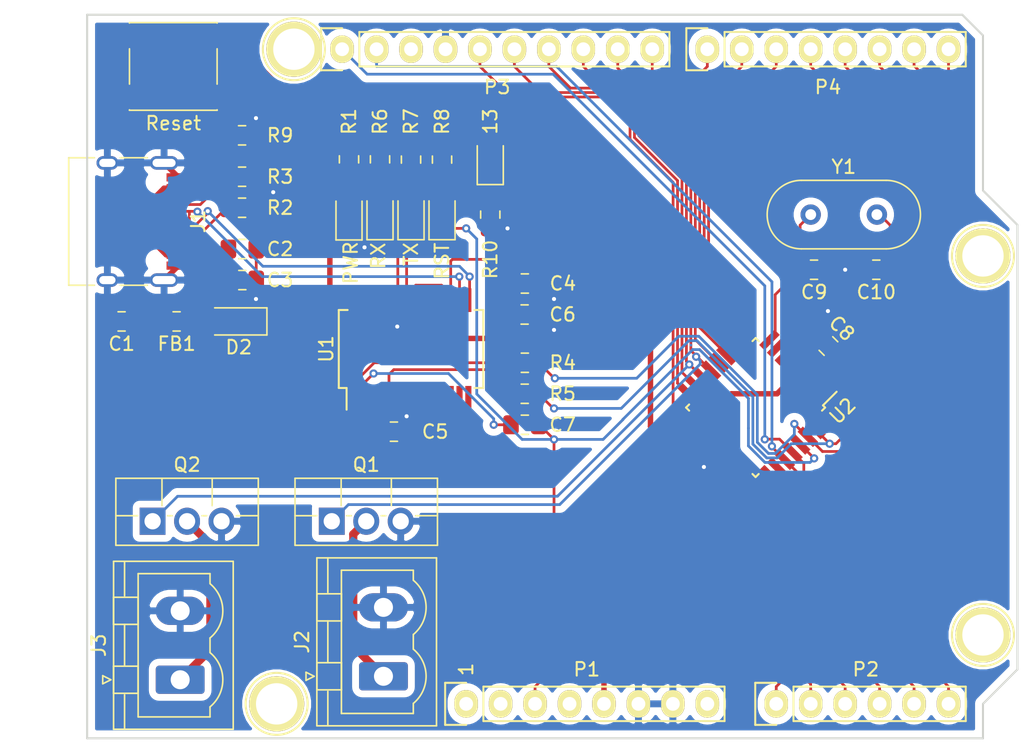
<source format=kicad_pcb>
(kicad_pcb (version 20171130) (host pcbnew 5.1.6)
  (title_block (title Dumbuino) (date "lun. 30 mars 2015") (rev v01) (comment 4 "Author: Sebastian Sole"))
  (layers (0 Front signal) (1 In1.Cu signal) (2 In2.Cu signal) (31 Back signal) (34 B.Paste user) (35 F.Paste user) (36 B.SilkS user) (37 F.SilkS user) (38 B.Mask user) (39 F.Mask user) (44 Edge.Cuts user))
  (net 0 "")
  (net 1 /Reset)
  (net 2 +5V)
  (net 3 GND)
  (net 4 /A0)
  (net 5 /A1)
  (net 6 /A2)
  (net 7 /A3)
  (net 8 "/A4(SDA)")
  (net 9 "/A5(SCL)")
  (net 10 "/9(**)")
  (net 11 /8)
  (net 12 /7)
  (net 13 "/6(**)")
  (net 14 "/5(**)")
  (net 15 /4)
  (net 16 "/3(**)")
  (net 17 /2)
  (net 18 "/1(Tx)")
  (net 19 "/0(Rx)")
  (net 20 "/13(SCK)")
  (net 21 "/10(**/SS)")
  (net 22 "/12(MISO)")
  (net 23 "/11(**/MOSI)")
  (net 24 "Net-(C1-Pad1)")
  (net 25 "Net-(C4-Pad1)")
  (net 26 "Net-(C7-Pad1)")
  (net 27 "Net-(C9-Pad1)")
  (net 28 "Net-(C10-Pad1)")
  (net 29 "Net-(D1-Pad2)")
  (net 30 "Net-(D2-Pad2)")
  (net 31 "Net-(D3-Pad2)")
  (net 32 "Net-(D3-Pad1)")
  (net 33 "Net-(D4-Pad2)")
  (net 34 "Net-(D4-Pad1)")
  (net 35 "Net-(D5-Pad2)")
  (net 36 "Net-(D6-Pad1)")
  (net 37 "Net-(J1-PadA5)")
  (net 38 "Net-(J1-PadA7)")
  (net 39 "Net-(J1-PadA6)")
  (net 40 "Net-(J1-PadB5)")
  (net 41 "Net-(J2-Pad1)")
  (net 42 "Net-(J3-Pad1)")
  (net 43 "Net-(R4-Pad2)")
  (net 44 "Net-(R5-Pad2)")
  (net 45 "Net-(R9-Pad1)")
  (module Connector_USB:USB_C_Receptacle_HRO_TYPE-C-31-M-12 (layer Front) (at 113.538 88.265 270)
    (fp_text reference J1 (at 0 -5.645 90) (layer F.SilkS))
    (fp_text value USB_C_Receptacle_USB2.0)
    (pad B1 smd rect (at 3.25 -4.045 270) (size 0.6 1.45) (layers Front F.Paste F.Mask) (net 3 GND))
    (pad A9 smd rect (at 2.45 -4.045 270) (size 0.6 1.45) (layers Front F.Paste F.Mask) (net 24 "Net-(C1-Pad1)"))
    (pad B9 smd rect (at -2.45 -4.045 270) (size 0.6 1.45) (layers Front F.Paste F.Mask) (net 24 "Net-(C1-Pad1)"))
    (pad B12 smd rect (at -3.25 -4.045 270) (size 0.6 1.45) (layers Front F.Paste F.Mask) (net 3 GND))
    (pad A1 smd rect (at -3.25 -4.045 270) (size 0.6 1.45) (layers Front F.Paste F.Mask) (net 3 GND))
    (pad A4 smd rect (at -2.45 -4.045 270) (size 0.6 1.45) (layers Front F.Paste F.Mask) (net 24 "Net-(C1-Pad1)"))
    (pad B4 smd rect (at 2.45 -4.045 270) (size 0.6 1.45) (layers Front F.Paste F.Mask) (net 24 "Net-(C1-Pad1)"))
    (pad A12 smd rect (at 3.25 -4.045 270) (size 0.6 1.45) (layers Front F.Paste F.Mask) (net 3 GND))
    (pad B8 smd rect (at -1.75 -4.045 270) (size 0.3 1.45) (layers Front F.Paste F.Mask))
    (pad A5 smd rect (at -1.25 -4.045 270) (size 0.3 1.45) (layers Front F.Paste F.Mask) (net 37 "Net-(J1-PadA5)"))
    (pad B7 smd rect (at -0.75 -4.045 270) (size 0.3 1.45) (layers Front F.Paste F.Mask) (net 38 "Net-(J1-PadA7)"))
    (pad A7 smd rect (at 0.25 -4.045 270) (size 0.3 1.45) (layers Front F.Paste F.Mask) (net 38 "Net-(J1-PadA7)"))
    (pad B6 smd rect (at 0.75 -4.045 270) (size 0.3 1.45) (layers Front F.Paste F.Mask) (net 39 "Net-(J1-PadA6)"))
    (pad A8 smd rect (at 1.25 -4.045 270) (size 0.3 1.45) (layers Front F.Paste F.Mask))
    (pad B5 smd rect (at 1.75 -4.045 270) (size 0.3 1.45) (layers Front F.Paste F.Mask) (net 40 "Net-(J1-PadB5)"))
    (pad A6 smd rect (at -0.25 -4.045 270) (size 0.3 1.45) (layers Front F.Paste F.Mask) (net 39 "Net-(J1-PadA6)"))
    (pad S1 thru_hole oval (at 4.32 -3.13 270) (size 1 2.1) (drill oval 0.6 1.7) (layers *.Cu *.Mask) (net 3 GND))
    (pad S1 thru_hole oval (at -4.32 -3.13 270) (size 1 2.1) (drill oval 0.6 1.7) (layers *.Cu *.Mask) (net 3 GND))
    (pad "" np_thru_hole circle (at -2.89 -2.6 270) (size 0.65 0.65) (drill 0.65) (layers *.Cu *.Mask))
    (pad S1 thru_hole oval (at -4.32 1.05 270) (size 1 1.6) (drill oval 0.6 1.2) (layers *.Cu *.Mask) (net 3 GND))
    (pad "" np_thru_hole circle (at 2.89 -2.6 270) (size 0.65 0.65) (drill 0.65) (layers *.Cu *.Mask))
    (pad S1 thru_hole oval (at 4.32 1.05 270) (size 1 1.6) (drill oval 0.6 1.2) (layers *.Cu *.Mask) (net 3 GND))
  )
  (module Package_QFP:TQFP-32_7x7mm_P0.8mm (layer Front) (at 160.274 101.981 225)
    (fp_text reference U2 (at -4.355424 -4.714634 45) (layer F.SilkS))
    (fp_text value ATmega328PB-AU)
    (pad 1 smd rect (at -4.25 -2.8 225) (size 1.6 0.55) (layers Front F.Paste F.Mask) (net 16 "/3(**)"))
    (pad 2 smd rect (at -4.25 -2 225) (size 1.6 0.55) (layers Front F.Paste F.Mask) (net 15 /4))
    (pad 3 smd rect (at -4.25 -1.2 225) (size 1.6 0.55) (layers Front F.Paste F.Mask))
    (pad 4 smd rect (at -4.25 -0.4 225) (size 1.6 0.55) (layers Front F.Paste F.Mask) (net 2 +5V))
    (pad 5 smd rect (at -4.25 0.4 225) (size 1.6 0.55) (layers Front F.Paste F.Mask) (net 3 GND))
    (pad 6 smd rect (at -4.25 1.2 225) (size 1.6 0.55) (layers Front F.Paste F.Mask))
    (pad 7 smd rect (at -4.25 2 225) (size 1.6 0.55) (layers Front F.Paste F.Mask) (net 28 "Net-(C10-Pad1)"))
    (pad 8 smd rect (at -4.25 2.8 225) (size 1.6 0.55) (layers Front F.Paste F.Mask) (net 27 "Net-(C9-Pad1)"))
    (pad 9 smd rect (at -2.8 4.25 315) (size 1.6 0.55) (layers Front F.Paste F.Mask) (net 14 "/5(**)"))
    (pad 10 smd rect (at -2 4.25 315) (size 1.6 0.55) (layers Front F.Paste F.Mask) (net 13 "/6(**)"))
    (pad 11 smd rect (at -1.2 4.25 315) (size 1.6 0.55) (layers Front F.Paste F.Mask) (net 12 /7))
    (pad 12 smd rect (at -0.4 4.25 315) (size 1.6 0.55) (layers Front F.Paste F.Mask) (net 11 /8))
    (pad 13 smd rect (at 0.4 4.25 315) (size 1.6 0.55) (layers Front F.Paste F.Mask) (net 10 "/9(**)"))
    (pad 14 smd rect (at 1.2 4.25 315) (size 1.6 0.55) (layers Front F.Paste F.Mask) (net 21 "/10(**/SS)"))
    (pad 15 smd rect (at 2 4.25 315) (size 1.6 0.55) (layers Front F.Paste F.Mask) (net 23 "/11(**/MOSI)"))
    (pad 16 smd rect (at 2.8 4.25 315) (size 1.6 0.55) (layers Front F.Paste F.Mask) (net 22 "/12(MISO)"))
    (pad 17 smd rect (at 4.25 2.8 225) (size 1.6 0.55) (layers Front F.Paste F.Mask) (net 20 "/13(SCK)"))
    (pad 18 smd rect (at 4.25 2 225) (size 1.6 0.55) (layers Front F.Paste F.Mask) (net 2 +5V))
    (pad 19 smd rect (at 4.25 1.2 225) (size 1.6 0.55) (layers Front F.Paste F.Mask))
    (pad 20 smd rect (at 4.25 0.4 225) (size 1.6 0.55) (layers Front F.Paste F.Mask))
    (pad 21 smd rect (at 4.25 -0.4 225) (size 1.6 0.55) (layers Front F.Paste F.Mask) (net 3 GND))
    (pad 22 smd rect (at 4.25 -1.2 225) (size 1.6 0.55) (layers Front F.Paste F.Mask))
    (pad 23 smd rect (at 4.25 -2 225) (size 1.6 0.55) (layers Front F.Paste F.Mask) (net 4 /A0))
    (pad 24 smd rect (at 4.25 -2.8 225) (size 1.6 0.55) (layers Front F.Paste F.Mask) (net 5 /A1))
    (pad 25 smd rect (at 2.8 -4.25 315) (size 1.6 0.55) (layers Front F.Paste F.Mask) (net 6 /A2))
    (pad 26 smd rect (at 2 -4.25 315) (size 1.6 0.55) (layers Front F.Paste F.Mask) (net 7 /A3))
    (pad 27 smd rect (at 1.2 -4.25 315) (size 1.6 0.55) (layers Front F.Paste F.Mask) (net 8 "/A4(SDA)"))
    (pad 28 smd rect (at 0.4 -4.25 315) (size 1.6 0.55) (layers Front F.Paste F.Mask) (net 9 "/A5(SCL)"))
    (pad 29 smd rect (at -0.4 -4.25 315) (size 1.6 0.55) (layers Front F.Paste F.Mask) (net 1 /Reset))
    (pad 30 smd rect (at -1.2 -4.25 315) (size 1.6 0.55) (layers Front F.Paste F.Mask) (net 19 "/0(Rx)"))
    (pad 31 smd rect (at -2 -4.25 315) (size 1.6 0.55) (layers Front F.Paste F.Mask) (net 18 "/1(Tx)"))
    (pad 32 smd rect (at -2.8 -4.25 315) (size 1.6 0.55) (layers Front F.Paste F.Mask) (net 17 /2))
  )
  (module Crystal:Crystal_HC49-U_Vertical (layer Front) (at 164.338 87.757)
    (fp_text reference Y1 (at 2.44 -3.525) (layer F.SilkS))
    (fp_text value 16M)
    (pad 1 thru_hole circle (at 0 0) (size 1.5 1.5) (drill 0.8) (layers *.Cu *.Mask) (net 27 "Net-(C9-Pad1)"))
    (pad 2 thru_hole circle (at 4.88 0) (size 1.5 1.5) (drill 0.8) (layers *.Cu *.Mask) (net 28 "Net-(C10-Pad1)"))
  )
  (module Package_SO:SSOP-28_5.3x10.2mm_P0.65mm (layer Front) (at 134.874 97.663 90)
    (fp_text reference U1 (at 0 -6.25 90) (layer F.SilkS))
    (fp_text value FT232RL)
    (pad 28 smd rect (at 3.6 -4.225 90) (size 1.75 0.45) (layers Front F.Paste F.Mask))
    (pad 27 smd rect (at 3.6 -3.575 90) (size 1.75 0.45) (layers Front F.Paste F.Mask))
    (pad 26 smd rect (at 3.6 -2.925 90) (size 1.75 0.45) (layers Front F.Paste F.Mask))
    (pad 25 smd rect (at 3.6 -2.275 90) (size 1.75 0.45) (layers Front F.Paste F.Mask) (net 3 GND))
    (pad 24 smd rect (at 3.6 -1.625 90) (size 1.75 0.45) (layers Front F.Paste F.Mask))
    (pad 23 smd rect (at 3.6 -0.975 90) (size 1.75 0.45) (layers Front F.Paste F.Mask) (net 32 "Net-(D3-Pad1)"))
    (pad 22 smd rect (at 3.6 -0.325 90) (size 1.75 0.45) (layers Front F.Paste F.Mask) (net 34 "Net-(D4-Pad1)"))
    (pad 21 smd rect (at 3.6 0.325 90) (size 1.75 0.45) (layers Front F.Paste F.Mask) (net 3 GND))
    (pad 20 smd rect (at 3.6 0.975 90) (size 1.75 0.45) (layers Front F.Paste F.Mask) (net 2 +5V))
    (pad 19 smd rect (at 3.6 1.625 90) (size 1.75 0.45) (layers Front F.Paste F.Mask) (net 2 +5V))
    (pad 18 smd rect (at 3.6 2.275 90) (size 1.75 0.45) (layers Front F.Paste F.Mask) (net 3 GND))
    (pad 17 smd rect (at 3.6 2.925 90) (size 1.75 0.45) (layers Front F.Paste F.Mask) (net 25 "Net-(C4-Pad1)"))
    (pad 16 smd rect (at 3.6 3.575 90) (size 1.75 0.45) (layers Front F.Paste F.Mask) (net 38 "Net-(J1-PadA7)"))
    (pad 15 smd rect (at 3.6 4.225 90) (size 1.75 0.45) (layers Front F.Paste F.Mask) (net 39 "Net-(J1-PadA6)"))
    (pad 14 smd rect (at -3.6 4.225 90) (size 1.75 0.45) (layers Front F.Paste F.Mask))
    (pad 13 smd rect (at -3.6 3.575 90) (size 1.75 0.45) (layers Front F.Paste F.Mask))
    (pad 12 smd rect (at -3.6 2.925 90) (size 1.75 0.45) (layers Front F.Paste F.Mask))
    (pad 11 smd rect (at -3.6 2.275 90) (size 1.75 0.45) (layers Front F.Paste F.Mask))
    (pad 10 smd rect (at -3.6 1.625 90) (size 1.75 0.45) (layers Front F.Paste F.Mask))
    (pad 9 smd rect (at -3.6 0.975 90) (size 1.75 0.45) (layers Front F.Paste F.Mask))
    (pad 8 smd rect (at -3.6 0.325 90) (size 1.75 0.45) (layers Front F.Paste F.Mask))
    (pad 7 smd rect (at -3.6 -0.325 90) (size 1.75 0.45) (layers Front F.Paste F.Mask) (net 3 GND))
    (pad 6 smd rect (at -3.6 -0.975 90) (size 1.75 0.45) (layers Front F.Paste F.Mask))
    (pad 5 smd rect (at -3.6 -1.625 90) (size 1.75 0.45) (layers Front F.Paste F.Mask) (net 44 "Net-(R5-Pad2)"))
    (pad 4 smd rect (at -3.6 -2.275 90) (size 1.75 0.45) (layers Front F.Paste F.Mask) (net 2 +5V))
    (pad 3 smd rect (at -3.6 -2.925 90) (size 1.75 0.45) (layers Front F.Paste F.Mask))
    (pad 2 smd rect (at -3.6 -3.575 90) (size 1.75 0.45) (layers Front F.Paste F.Mask) (net 26 "Net-(C7-Pad1)"))
    (pad 1 smd rect (at -3.6 -4.225 90) (size 1.75 0.45) (layers Front F.Paste F.Mask) (net 43 "Net-(R4-Pad2)"))
  )
  (module Button_Switch_SMD:SW_SPST_PTS645 (layer Front) (at 117.348 76.835)
    (fp_text reference Reset (at 0 4.191) (layer F.SilkS))
    (fp_text value ~Reset)
    (pad 2 smd rect (at 3.98 2.25) (size 1.55 1.3) (layers Front F.Paste F.Mask) (net 45 "Net-(R9-Pad1)"))
    (pad 1 smd rect (at 3.98 -2.25) (size 1.55 1.3) (layers Front F.Paste F.Mask) (net 1 /Reset))
    (pad 1 smd rect (at -3.98 -2.25) (size 1.55 1.3) (layers Front F.Paste F.Mask) (net 1 /Reset))
    (pad 2 smd rect (at -3.98 2.25) (size 1.55 1.3) (layers Front F.Paste F.Mask) (net 45 "Net-(R9-Pad1)"))
  )
  (module Resistor_SMD:R_0805_2012Metric_Pad1.15x1.40mm_HandSolder (layer Front) (at 140.716 87.757 270)
    (fp_text reference R10 (at 3.311 0 90) (layer F.SilkS))
    (fp_text value 1k)
    (pad 2 smd roundrect (at 1.025 0 270) (size 1.15 1.4) (layers Front F.Paste F.Mask) (roundrect_rratio 0.217391) (net 3 GND))
    (pad 1 smd roundrect (at -1.025 0 270) (size 1.15 1.4) (layers Front F.Paste F.Mask) (roundrect_rratio 0.217391) (net 36 "Net-(D6-Pad1)"))
  )
  (module Resistor_SMD:R_0805_2012Metric_Pad1.15x1.40mm_HandSolder (layer Front) (at 122.419 81.915)
    (fp_text reference R9 (at 2.803 0) (layer F.SilkS))
    (fp_text value 1k)
    (pad 2 smd roundrect (at 1.025 0) (size 1.15 1.4) (layers Front F.Paste F.Mask) (roundrect_rratio 0.217391) (net 3 GND))
    (pad 1 smd roundrect (at -1.025 0) (size 1.15 1.4) (layers Front F.Paste F.Mask) (roundrect_rratio 0.217391) (net 45 "Net-(R9-Pad1)"))
  )
  (module Resistor_SMD:R_0805_2012Metric_Pad1.15x1.40mm_HandSolder (layer Front) (at 137.16 83.702 270)
    (fp_text reference R8 (at -2.803 0 90) (layer F.SilkS))
    (fp_text value 1k)
    (pad 2 smd roundrect (at 1.025 0 270) (size 1.15 1.4) (layers Front F.Paste F.Mask) (roundrect_rratio 0.217391) (net 35 "Net-(D5-Pad2)"))
    (pad 1 smd roundrect (at -1.025 0 270) (size 1.15 1.4) (layers Front F.Paste F.Mask) (roundrect_rratio 0.217391) (net 2 +5V))
  )
  (module Resistor_SMD:R_0805_2012Metric_Pad1.15x1.40mm_HandSolder (layer Front) (at 134.874 83.702 270)
    (fp_text reference R7 (at -2.803 0 90) (layer F.SilkS))
    (fp_text value 1k)
    (pad 2 smd roundrect (at 1.025 0 270) (size 1.15 1.4) (layers Front F.Paste F.Mask) (roundrect_rratio 0.217391) (net 33 "Net-(D4-Pad2)"))
    (pad 1 smd roundrect (at -1.025 0 270) (size 1.15 1.4) (layers Front F.Paste F.Mask) (roundrect_rratio 0.217391) (net 2 +5V))
  )
  (module Resistor_SMD:R_0805_2012Metric_Pad1.15x1.40mm_HandSolder (layer Front) (at 132.588 83.684 270)
    (fp_text reference R6 (at -2.785 0 90) (layer F.SilkS))
    (fp_text value 1k)
    (pad 2 smd roundrect (at 1.025 0 270) (size 1.15 1.4) (layers Front F.Paste F.Mask) (roundrect_rratio 0.217391) (net 31 "Net-(D3-Pad2)"))
    (pad 1 smd roundrect (at -1.025 0 270) (size 1.15 1.4) (layers Front F.Paste F.Mask) (roundrect_rratio 0.217391) (net 2 +5V))
  )
  (module Resistor_SMD:R_0805_2012Metric_Pad1.15x1.40mm_HandSolder (layer Front) (at 143.256 100.965 180)
    (fp_text reference R5 (at -2.794 0) (layer F.SilkS))
    (fp_text value 1K)
    (pad 2 smd roundrect (at 1.025 0 180) (size 1.15 1.4) (layers Front F.Paste F.Mask) (roundrect_rratio 0.217391) (net 44 "Net-(R5-Pad2)"))
    (pad 1 smd roundrect (at -1.025 0 180) (size 1.15 1.4) (layers Front F.Paste F.Mask) (roundrect_rratio 0.217391) (net 18 "/1(Tx)"))
  )
  (module Resistor_SMD:R_0805_2012Metric_Pad1.15x1.40mm_HandSolder (layer Front) (at 143.265 98.679 180)
    (fp_text reference R4 (at -2.794 0) (layer F.SilkS))
    (fp_text value 1K)
    (pad 2 smd roundrect (at 1.025 0 180) (size 1.15 1.4) (layers Front F.Paste F.Mask) (roundrect_rratio 0.217391) (net 43 "Net-(R4-Pad2)"))
    (pad 1 smd roundrect (at -1.025 0 180) (size 1.15 1.4) (layers Front F.Paste F.Mask) (roundrect_rratio 0.217391) (net 19 "/0(Rx)"))
  )
  (module Resistor_SMD:R_0805_2012Metric_Pad1.15x1.40mm_HandSolder (layer Front) (at 122.419 84.963)
    (fp_text reference R3 (at 2.803 0) (layer F.SilkS))
    (fp_text value 5.11k)
    (pad 2 smd roundrect (at 1.025 0) (size 1.15 1.4) (layers Front F.Paste F.Mask) (roundrect_rratio 0.217391) (net 3 GND))
    (pad 1 smd roundrect (at -1.025 0) (size 1.15 1.4) (layers Front F.Paste F.Mask) (roundrect_rratio 0.217391) (net 37 "Net-(J1-PadA5)"))
  )
  (module Resistor_SMD:R_0805_2012Metric_Pad1.15x1.40mm_HandSolder (layer Front) (at 122.419 87.249)
    (fp_text reference R2 (at 2.803 0) (layer F.SilkS))
    (fp_text value 5.11k)
    (pad 2 smd roundrect (at 1.025 0) (size 1.15 1.4) (layers Front F.Paste F.Mask) (roundrect_rratio 0.217391) (net 3 GND))
    (pad 1 smd roundrect (at -1.025 0) (size 1.15 1.4) (layers Front F.Paste F.Mask) (roundrect_rratio 0.217391) (net 40 "Net-(J1-PadB5)"))
  )
  (module Resistor_SMD:R_0805_2012Metric_Pad1.15x1.40mm_HandSolder (layer Front) (at 130.302 83.684 270)
    (fp_text reference R1 (at -2.785 0 90) (layer F.SilkS))
    (fp_text value 1k)
    (pad 2 smd roundrect (at 1.025 0 270) (size 1.15 1.4) (layers Front F.Paste F.Mask) (roundrect_rratio 0.217391) (net 29 "Net-(D1-Pad2)"))
    (pad 1 smd roundrect (at -1.025 0 270) (size 1.15 1.4) (layers Front F.Paste F.Mask) (roundrect_rratio 0.217391) (net 2 +5V))
  )
  (module Package_TO_SOT_THT:TO-220F-3_Vertical (layer Front) (at 115.824 110.363)
    (fp_text reference Q2 (at 2.54 -4.1675) (layer F.SilkS))
    (fp_text value Q_NMOS_GDS)
    (pad 3 thru_hole oval (at 5.08 0) (size 1.905 2) (drill 1.2) (layers *.Cu *.Mask) (net 3 GND))
    (pad 2 thru_hole oval (at 2.54 0) (size 1.905 2) (drill 1.2) (layers *.Cu *.Mask) (net 42 "Net-(J3-Pad1)"))
    (pad 1 thru_hole rect (at 0 0) (size 1.905 2) (drill 1.2) (layers *.Cu *.Mask) (net 21 "/10(**/SS)"))
  )
  (module Package_TO_SOT_THT:TO-220F-3_Vertical (layer Front) (at 129.032 110.363)
    (fp_text reference Q1 (at 2.54 -4.1675) (layer F.SilkS))
    (fp_text value Q_NMOS_GDS)
    (pad 3 thru_hole oval (at 5.08 0) (size 1.905 2) (drill 1.2) (layers *.Cu *.Mask) (net 3 GND))
    (pad 2 thru_hole oval (at 2.54 0) (size 1.905 2) (drill 1.2) (layers *.Cu *.Mask) (net 41 "Net-(J2-Pad1)"))
    (pad 1 thru_hole rect (at 0 0) (size 1.905 2) (drill 1.2) (layers *.Cu *.Mask) (net 10 "/9(**)"))
  )
  (module Connector_Phoenix_MSTB:PhoenixContact_MSTBVA_2,5_2-G-5,08_1x02_P5.08mm_Vertical (layer Front) (at 117.856 122.047 90)
    (fp_text reference J3 (at 2.54 -6 90) (layer F.SilkS))
    (fp_text value Conn_01x02_Male)
    (pad 2 thru_hole oval (at 5.08 0 90) (size 2.08 3.6) (drill 1.4) (layers *.Cu *.Mask) (net 3 GND))
    (pad 1 thru_hole roundrect (at 0 0 90) (size 2.08 3.6) (drill 1.4) (layers *.Cu *.Mask) (roundrect_rratio 0.120192) (net 42 "Net-(J3-Pad1)"))
  )
  (module Connector_Phoenix_MSTB:PhoenixContact_MSTBVA_2,5_2-G-5,08_1x02_P5.08mm_Vertical (layer Front) (at 132.842 121.793 90)
    (fp_text reference J2 (at 2.54 -6 90) (layer F.SilkS))
    (fp_text value Conn_01x02_Male)
    (pad 2 thru_hole oval (at 5.08 0 90) (size 2.08 3.6) (drill 1.4) (layers *.Cu *.Mask) (net 3 GND))
    (pad 1 thru_hole roundrect (at 0 0 90) (size 2.08 3.6) (drill 1.4) (layers *.Cu *.Mask) (roundrect_rratio 0.120192) (net 41 "Net-(J2-Pad1)"))
  )
  (module Inductor_SMD:L_0805_2012Metric_Pad1.15x1.40mm_HandSolder (layer Front) (at 117.593 95.631 180)
    (fp_text reference FB1 (at 0 -1.65) (layer F.SilkS))
    (fp_text value 600)
    (pad 2 smd roundrect (at 1.025 0 180) (size 1.15 1.4) (layers Front F.Paste F.Mask) (roundrect_rratio 0.217391) (net 24 "Net-(C1-Pad1)"))
    (pad 1 smd roundrect (at -1.025 0 180) (size 1.15 1.4) (layers Front F.Paste F.Mask) (roundrect_rratio 0.217391) (net 30 "Net-(D2-Pad2)"))
  )
  (module LED_SMD:LED_0805_2012Metric_Pad1.15x1.40mm_HandSolder (layer Front) (at 140.716 83.684 90)
    (fp_text reference 13 (at 2.794 0 90) (layer F.SilkS))
    (fp_text value 13)
    (pad 2 smd roundrect (at 1.025 0 90) (size 1.15 1.4) (layers Front F.Paste F.Mask) (roundrect_rratio 0.217391) (net 20 "/13(SCK)"))
    (pad 1 smd roundrect (at -1.025 0 90) (size 1.15 1.4) (layers Front F.Paste F.Mask) (roundrect_rratio 0.217391) (net 36 "Net-(D6-Pad1)"))
  )
  (module LED_SMD:LED_0805_2012Metric_Pad1.15x1.40mm_HandSolder (layer Front) (at 137.16 87.748 90)
    (fp_text reference RST (at -3.438 0 270) (layer F.SilkS))
    (fp_text value Reset)
    (pad 2 smd roundrect (at 1.025 0 90) (size 1.15 1.4) (layers Front F.Paste F.Mask) (roundrect_rratio 0.217391) (net 35 "Net-(D5-Pad2)"))
    (pad 1 smd roundrect (at -1.025 0 90) (size 1.15 1.4) (layers Front F.Paste F.Mask) (roundrect_rratio 0.217391) (net 1 /Reset))
  )
  (module LED_SMD:LED_0805_2012Metric_Pad1.15x1.40mm_HandSolder (layer Front) (at 134.874 87.748 90)
    (fp_text reference TX (at -2.93 0 90) (layer F.SilkS))
    (fp_text value TX)
    (pad 2 smd roundrect (at 1.025 0 90) (size 1.15 1.4) (layers Front F.Paste F.Mask) (roundrect_rratio 0.217391) (net 33 "Net-(D4-Pad2)"))
    (pad 1 smd roundrect (at -1.025 0 90) (size 1.15 1.4) (layers Front F.Paste F.Mask) (roundrect_rratio 0.217391) (net 34 "Net-(D4-Pad1)"))
  )
  (module LED_SMD:LED_0805_2012Metric_Pad1.15x1.40mm_HandSolder (layer Front) (at 132.588 87.748 90)
    (fp_text reference RX (at -3.057 -0.127 90) (layer F.SilkS))
    (fp_text value RX)
    (pad 2 smd roundrect (at 1.025 0 90) (size 1.15 1.4) (layers Front F.Paste F.Mask) (roundrect_rratio 0.217391) (net 31 "Net-(D3-Pad2)"))
    (pad 1 smd roundrect (at -1.025 0 90) (size 1.15 1.4) (layers Front F.Paste F.Mask) (roundrect_rratio 0.217391) (net 32 "Net-(D3-Pad1)"))
  )
  (module Diode_SMD:D_SOD-123F (layer Front) (at 122.05 95.631 180)
    (fp_text reference D2 (at -0.127 -1.905) (layer F.SilkS))
    (fp_text value D_Schottky)
    (pad 2 smd rect (at 1.4 0 180) (size 1.1 1.1) (layers Front F.Paste F.Mask) (net 30 "Net-(D2-Pad2)"))
    (pad 1 smd rect (at -1.4 0 180) (size 1.1 1.1) (layers Front F.Paste F.Mask) (net 2 +5V))
  )
  (module LED_SMD:LED_0805_2012Metric_Pad1.15x1.40mm_HandSolder (layer Front) (at 130.302 87.766 90)
    (fp_text reference PWR (at -3.547 0.127 270) (layer F.SilkS))
    (fp_text value PWR)
    (pad 2 smd roundrect (at 1.025 0 90) (size 1.15 1.4) (layers Front F.Paste F.Mask) (roundrect_rratio 0.217391) (net 29 "Net-(D1-Pad2)"))
    (pad 1 smd roundrect (at -1.025 0 90) (size 1.15 1.4) (layers Front F.Paste F.Mask) (roundrect_rratio 0.217391) (net 3 GND))
  )
  (module Capacitor_SMD:C_0805_2012Metric_Pad1.15x1.40mm_HandSolder (layer Front) (at 169.173 91.821 180)
    (fp_text reference C10 (at 0 -1.65) (layer F.SilkS))
    (fp_text value 27p)
    (pad 1 smd roundrect (at -1.025 0 180) (size 1.15 1.4) (layers Front F.Paste F.Mask) (roundrect_rratio 0.217391) (net 28 "Net-(C10-Pad1)"))
    (pad 2 smd roundrect (at 1.025 0 180) (size 1.15 1.4) (layers Front F.Paste F.Mask) (roundrect_rratio 0.217391) (net 3 GND))
  )
  (module Capacitor_SMD:C_0805_2012Metric_Pad1.15x1.40mm_HandSolder (layer Front) (at 164.583 91.821)
    (fp_text reference C9 (at 0.009 1.651) (layer F.SilkS))
    (fp_text value 27p)
    (pad 1 smd roundrect (at -1.025 0) (size 1.15 1.4) (layers Front F.Paste F.Mask) (roundrect_rratio 0.217391) (net 27 "Net-(C9-Pad1)"))
    (pad 2 smd roundrect (at 1.025 0) (size 1.15 1.4) (layers Front F.Paste F.Mask) (roundrect_rratio 0.217391) (net 3 GND))
  )
  (module Capacitor_SMD:C_0805_2012Metric_Pad1.15x1.40mm_HandSolder (layer Front) (at 165.645216 97.446216 135)
    (fp_text reference C8 (at 0.232236 1.616446 135) (layer F.SilkS))
    (fp_text value 0.1)
    (pad 2 smd roundrect (at 1.025 0 135) (size 1.15 1.4) (layers Front F.Paste F.Mask) (roundrect_rratio 0.217391) (net 3 GND))
    (pad 1 smd roundrect (at -1.025 0 135) (size 1.15 1.4) (layers Front F.Paste F.Mask) (roundrect_rratio 0.217391) (net 2 +5V))
  )
  (module Capacitor_SMD:C_0805_2012Metric_Pad1.15x1.40mm_HandSolder (layer Front) (at 143.265 103.251)
    (fp_text reference C7 (at 2.785 0) (layer F.SilkS))
    (fp_text value 0.1)
    (pad 2 smd roundrect (at 1.025 0) (size 1.15 1.4) (layers Front F.Paste F.Mask) (roundrect_rratio 0.217391) (net 1 /Reset))
    (pad 1 smd roundrect (at -1.025 0) (size 1.15 1.4) (layers Front F.Paste F.Mask) (roundrect_rratio 0.217391) (net 26 "Net-(C7-Pad1)"))
  )
  (module Capacitor_SMD:C_0805_2012Metric_Pad1.15x1.40mm_HandSolder (layer Front) (at 143.247 95.123)
    (fp_text reference C6 (at 2.803 0) (layer F.SilkS))
    (fp_text value 0.1)
    (pad 2 smd roundrect (at 1.025 0) (size 1.15 1.4) (layers Front F.Paste F.Mask) (roundrect_rratio 0.217391) (net 3 GND))
    (pad 1 smd roundrect (at -1.025 0) (size 1.15 1.4) (layers Front F.Paste F.Mask) (roundrect_rratio 0.217391) (net 2 +5V))
  )
  (module Capacitor_SMD:C_0805_2012Metric_Pad1.15x1.40mm_HandSolder (layer Front) (at 133.613 103.759)
    (fp_text reference C5 (at 3.039 0) (layer F.SilkS))
    (fp_text value 0.1)
    (pad 2 smd roundrect (at 1.025 0) (size 1.15 1.4) (layers Front F.Paste F.Mask) (roundrect_rratio 0.217391) (net 3 GND))
    (pad 1 smd roundrect (at -1.025 0) (size 1.15 1.4) (layers Front F.Paste F.Mask) (roundrect_rratio 0.217391) (net 2 +5V))
  )
  (module Capacitor_SMD:C_0805_2012Metric_Pad1.15x1.40mm_HandSolder (layer Front) (at 143.265 92.837)
    (fp_text reference C4 (at 2.803 0) (layer F.SilkS))
    (fp_text value 0.1)
    (pad 2 smd roundrect (at 1.025 0) (size 1.15 1.4) (layers Front F.Paste F.Mask) (roundrect_rratio 0.217391) (net 3 GND))
    (pad 1 smd roundrect (at -1.025 0) (size 1.15 1.4) (layers Front F.Paste F.Mask) (roundrect_rratio 0.217391) (net 25 "Net-(C4-Pad1)"))
  )
  (module Capacitor_SMD:C_0805_2012Metric_Pad1.15x1.40mm_HandSolder (layer Front) (at 122.437 92.583)
    (fp_text reference C3 (at 2.785 0) (layer F.SilkS))
    (fp_text value 0.1)
    (pad 2 smd roundrect (at 1.025 0) (size 1.15 1.4) (layers Front F.Paste F.Mask) (roundrect_rratio 0.217391) (net 3 GND))
    (pad 1 smd roundrect (at -1.025 0) (size 1.15 1.4) (layers Front F.Paste F.Mask) (roundrect_rratio 0.217391) (net 2 +5V))
  )
  (module Capacitor_SMD:C_0805_2012Metric_Pad1.15x1.40mm_HandSolder (layer Front) (at 122.437 90.297)
    (fp_text reference C2 (at 2.785 0) (layer F.SilkS))
    (fp_text value 4u7)
    (pad 2 smd roundrect (at 1.025 0) (size 1.15 1.4) (layers Front F.Paste F.Mask) (roundrect_rratio 0.217391) (net 3 GND))
    (pad 1 smd roundrect (at -1.025 0) (size 1.15 1.4) (layers Front F.Paste F.Mask) (roundrect_rratio 0.217391) (net 2 +5V))
  )
  (module Capacitor_SMD:C_0805_2012Metric_Pad1.15x1.40mm_HandSolder (layer Front) (at 113.538 95.631 180)
    (fp_text reference C1 (at 0 -1.65) (layer F.SilkS))
    (fp_text value 0.01)
    (pad 2 smd roundrect (at 1.025 0 180) (size 1.15 1.4) (layers Front F.Paste F.Mask) (roundrect_rratio 0.217391) (net 3 GND))
    (pad 1 smd roundrect (at -1.025 0 180) (size 1.15 1.4) (layers Front F.Paste F.Mask) (roundrect_rratio 0.217391) (net 24 "Net-(C1-Pad1)"))
  )
  (module Socket_Arduino_Uno:Socket_Strip_Arduino_1x08 (layer Front) (at 138.938 123.825)
    (fp_text reference P1 (at 8.89 -2.54) (layer F.SilkS))
    (fp_text value Power)
    (pad 1 thru_hole oval (at 0 0) (size 1.7272 2.032) (drill 1.016) (layers *.Cu *.Mask F.SilkS))
    (pad 2 thru_hole oval (at 2.54 0) (size 1.7272 2.032) (drill 1.016) (layers *.Cu *.Mask F.SilkS))
    (pad 3 thru_hole oval (at 5.08 0) (size 1.7272 2.032) (drill 1.016) (layers *.Cu *.Mask F.SilkS) (net 1 /Reset))
    (pad 4 thru_hole oval (at 7.62 0) (size 1.7272 2.032) (drill 1.016) (layers *.Cu *.Mask F.SilkS))
    (pad 5 thru_hole oval (at 10.16 0) (size 1.7272 2.032) (drill 1.016) (layers *.Cu *.Mask F.SilkS) (net 2 +5V))
    (pad 6 thru_hole oval (at 12.7 0) (size 1.7272 2.032) (drill 1.016) (layers *.Cu *.Mask F.SilkS) (net 3 GND))
    (pad 7 thru_hole oval (at 15.24 0) (size 1.7272 2.032) (drill 1.016) (layers *.Cu *.Mask F.SilkS) (net 3 GND))
    (pad 8 thru_hole oval (at 17.78 0) (size 1.7272 2.032) (drill 1.016) (layers *.Cu *.Mask F.SilkS))
  )
  (module Socket_Arduino_Uno:Socket_Strip_Arduino_1x06 (layer Front) (at 161.798 123.825)
    (fp_text reference P2 (at 6.604 -2.54) (layer F.SilkS))
    (fp_text value Analog)
    (pad 1 thru_hole oval (at 0 0) (size 1.7272 2.032) (drill 1.016) (layers *.Cu *.Mask F.SilkS) (net 4 /A0))
    (pad 2 thru_hole oval (at 2.54 0) (size 1.7272 2.032) (drill 1.016) (layers *.Cu *.Mask F.SilkS) (net 5 /A1))
    (pad 3 thru_hole oval (at 5.08 0) (size 1.7272 2.032) (drill 1.016) (layers *.Cu *.Mask F.SilkS) (net 6 /A2))
    (pad 4 thru_hole oval (at 7.62 0) (size 1.7272 2.032) (drill 1.016) (layers *.Cu *.Mask F.SilkS) (net 7 /A3))
    (pad 5 thru_hole oval (at 10.16 0) (size 1.7272 2.032) (drill 1.016) (layers *.Cu *.Mask F.SilkS) (net 8 "/A4(SDA)"))
    (pad 6 thru_hole oval (at 12.7 0) (size 1.7272 2.032) (drill 1.016) (layers *.Cu *.Mask F.SilkS) (net 9 "/A5(SCL)"))
  )
  (module Socket_Arduino_Uno:Socket_Strip_Arduino_1x10 (layer Front) (at 129.794 75.565)
    (fp_text reference P3 (at 11.43 2.794) (layer F.SilkS))
    (fp_text value Digital)
    (pad 1 thru_hole oval (at 0 0) (size 1.7272 2.032) (drill 1.016) (layers *.Cu *.Mask F.SilkS) (net 9 "/A5(SCL)"))
    (pad 2 thru_hole oval (at 2.54 0) (size 1.7272 2.032) (drill 1.016) (layers *.Cu *.Mask F.SilkS) (net 8 "/A4(SDA)"))
    (pad 3 thru_hole oval (at 5.08 0) (size 1.7272 2.032) (drill 1.016) (layers *.Cu *.Mask F.SilkS))
    (pad 4 thru_hole oval (at 7.62 0) (size 1.7272 2.032) (drill 1.016) (layers *.Cu *.Mask F.SilkS) (net 3 GND))
    (pad 5 thru_hole oval (at 10.16 0) (size 1.7272 2.032) (drill 1.016) (layers *.Cu *.Mask F.SilkS) (net 20 "/13(SCK)"))
    (pad 6 thru_hole oval (at 12.7 0) (size 1.7272 2.032) (drill 1.016) (layers *.Cu *.Mask F.SilkS) (net 22 "/12(MISO)"))
    (pad 7 thru_hole oval (at 15.24 0) (size 1.7272 2.032) (drill 1.016) (layers *.Cu *.Mask F.SilkS) (net 23 "/11(**/MOSI)"))
    (pad 8 thru_hole oval (at 17.78 0) (size 1.7272 2.032) (drill 1.016) (layers *.Cu *.Mask F.SilkS) (net 21 "/10(**/SS)"))
    (pad 9 thru_hole oval (at 20.32 0) (size 1.7272 2.032) (drill 1.016) (layers *.Cu *.Mask F.SilkS) (net 10 "/9(**)"))
    (pad 10 thru_hole oval (at 22.86 0) (size 1.7272 2.032) (drill 1.016) (layers *.Cu *.Mask F.SilkS) (net 11 /8))
  )
  (module Socket_Arduino_Uno:Socket_Strip_Arduino_1x08 (layer Front) (at 156.718 75.565)
    (fp_text reference P4 (at 8.89 2.794) (layer F.SilkS))
    (fp_text value Digital)
    (pad 1 thru_hole oval (at 0 0) (size 1.7272 2.032) (drill 1.016) (layers *.Cu *.Mask F.SilkS) (net 12 /7))
    (pad 2 thru_hole oval (at 2.54 0) (size 1.7272 2.032) (drill 1.016) (layers *.Cu *.Mask F.SilkS) (net 13 "/6(**)"))
    (pad 3 thru_hole oval (at 5.08 0) (size 1.7272 2.032) (drill 1.016) (layers *.Cu *.Mask F.SilkS) (net 14 "/5(**)"))
    (pad 4 thru_hole oval (at 7.62 0) (size 1.7272 2.032) (drill 1.016) (layers *.Cu *.Mask F.SilkS) (net 15 /4))
    (pad 5 thru_hole oval (at 10.16 0) (size 1.7272 2.032) (drill 1.016) (layers *.Cu *.Mask F.SilkS) (net 16 "/3(**)"))
    (pad 6 thru_hole oval (at 12.7 0) (size 1.7272 2.032) (drill 1.016) (layers *.Cu *.Mask F.SilkS) (net 17 /2))
    (pad 7 thru_hole oval (at 15.24 0) (size 1.7272 2.032) (drill 1.016) (layers *.Cu *.Mask F.SilkS) (net 18 "/1(Tx)"))
    (pad 8 thru_hole oval (at 17.78 0) (size 1.7272 2.032) (drill 1.016) (layers *.Cu *.Mask F.SilkS) (net 19 "/0(Rx)"))
  )
  (module Socket_Arduino_Uno:Arduino_1pin (layer Front) (at 124.968 123.825)
    (fp_text reference P5 hide)
    (fp_text value CONN_01X01 hide)
    (pad 1 thru_hole circle (at 0 0) (size 4.064 4.064) (drill 3.048) (layers *.Cu *.Mask F.SilkS))
  )
  (module Socket_Arduino_Uno:Arduino_1pin (layer Front) (at 177.038 118.745)
    (fp_text reference P6 hide)
    (fp_text value CONN_01X01 hide)
    (pad 1 thru_hole circle (at 0 0) (size 4.064 4.064) (drill 3.048) (layers *.Cu *.Mask F.SilkS))
  )
  (module Socket_Arduino_Uno:Arduino_1pin (layer Front) (at 126.238 75.565)
    (fp_text reference P7 hide)
    (fp_text value CONN_01X01 hide)
    (pad 1 thru_hole circle (at 0 0) (size 4.064 4.064) (drill 3.048) (layers *.Cu *.Mask F.SilkS))
  )
  (module Socket_Arduino_Uno:Arduino_1pin (layer Front) (at 177.038 90.805)
    (fp_text reference P8 hide)
    (fp_text value CONN_01X01 hide)
    (pad 1 thru_hole circle (at 0 0) (size 4.064 4.064) (drill 3.048) (layers *.Cu *.Mask F.SilkS))
  )
  (gr_text 1 (at 138.938 121.285 90) (layer F.SilkS) (effects (font (size 1 1))))
  (gr_line (start 177.038 74.549) (end 175.514 73.025) (angle 90) (layer Edge.Cuts) (width 0.15))
  (gr_line (start 177.038 85.979) (end 177.038 74.549) (angle 90) (layer Edge.Cuts) (width 0.15))
  (gr_line (start 179.578 88.519) (end 177.038 85.979) (angle 90) (layer Edge.Cuts) (width 0.15))
  (gr_line (start 179.578 121.285) (end 179.578 88.519) (angle 90) (layer Edge.Cuts) (width 0.15))
  (gr_line (start 177.038 123.825) (end 179.578 121.285) (angle 90) (layer Edge.Cuts) (width 0.15))
  (gr_line (start 177.038 126.365) (end 177.038 123.825) (angle 90) (layer Edge.Cuts) (width 0.15))
  (gr_line (start 110.998 126.365) (end 177.038 126.365) (angle 90) (layer Edge.Cuts) (width 0.15))
  (gr_line (start 110.998 73.025) (end 110.998 126.365) (angle 90) (layer Edge.Cuts) (width 0.15))
  (gr_line (start 175.514 73.025) (end 110.998 73.025) (angle 90) (layer Edge.Cuts) (width 0.15))
  (segment (start 113.368 74.585) (end 121.328 74.585) (width 0.2) (layer Front) (net 1))
  (segment (start 137.789586 81.85699) (end 128.83601 81.85699) (width 0.2) (layer Front) (net 1))
  (segment (start 138.08701 82.154414) (end 137.789586 81.85699) (width 0.2) (layer Front) (net 1))
  (segment (start 138.08701 87.84599) (end 138.08701 82.154414) (width 0.2) (layer Front) (net 1))
  (segment (start 137.16 88.773) (end 138.08701 87.84599) (width 0.2) (layer Front) (net 1))
  (segment (start 121.56402 74.585) (end 121.328 74.585) (width 0.2) (layer Front) (net 1))
  (segment (start 128.83601 81.85699) (end 121.56402 74.585) (width 0.2) (layer Front) (net 1))
  (via (at 138.938 88.773) (size 0.6) (drill 0.3) (layers Front Back) (net 1))
  (segment (start 137.16 88.773) (end 138.938 88.773) (width 0.2) (layer Front) (net 1))
  (segment (start 163.631361 104.703361) (end 163.562047 104.703361) (width 0.2) (layer Front) (net 1))
  (via (at 164.592 105.7275) (size 0.6) (drill 0.3) (layers Front Back) (net 1))
  (segment (start 163.567861 104.703361) (end 164.592 105.7275) (width 0.2) (layer Front) (net 1))
  (segment (start 163.562047 104.703361) (end 163.567861 104.703361) (width 0.2) (layer Front) (net 1))
  (segment (start 160.964616 106.027499) (end 159.74698 104.809864) (width 0.2) (layer Back) (net 1))
  (segment (start 164.292001 106.027499) (end 160.964616 106.027499) (width 0.2) (layer Back) (net 1))
  (segment (start 164.592 105.7275) (end 164.292001 106.027499) (width 0.2) (layer Back) (net 1))
  (segment (start 159.74698 104.809864) (end 159.74698 103.505) (width 0.2) (layer Back) (net 1))
  (segment (start 155.639539 97.707499) (end 150.495 102.852038) (width 0.2) (layer Back) (net 1))
  (segment (start 156.145461 97.707499) (end 155.639539 97.707499) (width 0.2) (layer Back) (net 1))
  (segment (start 159.74698 101.309018) (end 156.145461 97.707499) (width 0.2) (layer Back) (net 1))
  (segment (start 159.74698 103.505) (end 159.74698 101.309018) (width 0.2) (layer Back) (net 1))
  (segment (start 150.495 102.852038) (end 150.495 102.87) (width 0.2) (layer Back) (net 1))
  (via (at 145.415 104.3305) (size 0.6) (drill 0.3) (layers Front Back) (net 1))
  (segment (start 149.0345 104.3305) (end 145.415 104.3305) (width 0.2) (layer Back) (net 1))
  (segment (start 150.495 102.87) (end 149.0345 104.3305) (width 0.2) (layer Back) (net 1))
  (segment (start 145.415 104.3305) (end 145.3695 104.3305) (width 0.2) (layer Front) (net 1))
  (segment (start 143.0655 104.3305) (end 145.415 104.3305) (width 0.2) (layer Back) (net 1))
  (segment (start 139.719001 100.984001) (end 143.0655 104.3305) (width 0.2) (layer Back) (net 1))
  (segment (start 139.719001 89.554001) (end 139.719001 100.984001) (width 0.2) (layer Back) (net 1))
  (segment (start 138.938 88.773) (end 139.719001 89.554001) (width 0.2) (layer Back) (net 1))
  (segment (start 144.3355 103.251) (end 145.415 104.3305) (width 0.2) (layer Front) (net 1))
  (segment (start 144.29 103.251) (end 144.3355 103.251) (width 0.2) (layer Front) (net 1))
  (segment (start 145.415 104.3305) (end 145.415 121.158) (width 0.2) (layer Front) (net 1))
  (segment (start 144.018 122.555) (end 144.018 123.825) (width 0.2) (layer Front) (net 1))
  (segment (start 145.415 121.158) (end 144.018 122.555) (width 0.2) (layer Front) (net 1))
  (segment (start 121.412 93.593) (end 121.412 90.297) (width 0.4) (layer Front) (net 2))
  (segment (start 123.45 95.631) (end 121.412 93.593) (width 0.4) (layer Front) (net 2))
  (segment (start 135.849 94.063) (end 136.499 94.063) (width 0.4) (layer Front) (net 2))
  (segment (start 132.599 103.748) (end 132.588 103.759) (width 0.4) (layer Front) (net 2))
  (segment (start 132.599 101.263) (end 132.599 103.748) (width 0.4) (layer Front) (net 2))
  (segment (start 155.854583 103.57199) (end 155.333118 104.093455) (width 0.4) (layer Front) (net 2))
  (segment (start 155.854583 103.57199) (end 155.88901 103.57199) (width 0.4) (layer Front) (net 2))
  (segment (start 155.88901 103.57199) (end 158.496 100.965) (width 0.4) (layer Front) (net 2))
  (segment (start 161.855686 100.965) (end 163.562047 99.258639) (width 0.4) (layer Front) (net 2))
  (segment (start 158.496 100.965) (end 161.855686 100.965) (width 0.4) (layer Front) (net 2))
  (segment (start 123.815999 95.265001) (end 123.45 95.631) (width 0.4) (layer Front) (net 2))
  (segment (start 142.222 95.123) (end 142.079999 95.265001) (width 0.4) (layer Front) (net 2))
  (segment (start 130.32 82.677) (end 130.302 82.659) (width 0.4) (layer Front) (net 2))
  (segment (start 137.16 82.677) (end 130.32 82.677) (width 0.4) (layer Front) (net 2))
  (segment (start 130.302 82.659) (end 128.889999 84.071001) (width 0.4) (layer Front) (net 2))
  (segment (start 164.649686 98.171) (end 166.37 98.171) (width 0.2) (layer Front) (net 2))
  (segment (start 163.562047 99.258639) (end 164.649686 98.171) (width 0.2) (layer Front) (net 2))
  (segment (start 129.794 103.759) (end 128.889999 102.854999) (width 0.4) (layer Front) (net 2))
  (segment (start 132.588 103.759) (end 129.794 103.759) (width 0.4) (layer Front) (net 2))
  (segment (start 128.874998 95.631) (end 128.889999 95.646001) (width 0.4) (layer Front) (net 2))
  (segment (start 123.45 95.631) (end 128.874998 95.631) (width 0.4) (layer Front) (net 2))
  (segment (start 128.889999 96.885999) (end 128.889999 102.854999) (width 0.4) (layer Front) (net 2))
  (segment (start 128.889999 84.071001) (end 128.889999 96.885999) (width 0.4) (layer Front) (net 2))
  (segment (start 142.222 96.756) (end 142.351999 96.885999) (width 0.4) (layer Front) (net 2))
  (segment (start 142.222 95.123) (end 142.222 96.756) (width 0.4) (layer Front) (net 2))
  (segment (start 136.499 96.844998) (end 136.540001 96.885999) (width 0.4) (layer Front) (net 2))
  (segment (start 136.499 94.063) (end 136.499 96.844998) (width 0.4) (layer Front) (net 2))
  (segment (start 136.540001 96.885999) (end 128.889999 96.885999) (width 0.4) (layer Front) (net 2))
  (segment (start 142.351999 96.885999) (end 136.540001 96.885999) (width 0.4) (layer Front) (net 2))
  (segment (start 153.67 104.521) (end 154.905573 104.521) (width 0.4) (layer Front) (net 2))
  (segment (start 154.905573 104.521) (end 155.854583 103.57199) (width 0.4) (layer Front) (net 2))
  (segment (start 152.527 97.505998) (end 152.527 103.378) (width 0.4) (layer Front) (net 2))
  (segment (start 151.907001 96.885999) (end 152.527 97.505998) (width 0.4) (layer Front) (net 2))
  (segment (start 142.351999 96.885999) (end 151.907001 96.885999) (width 0.4) (layer Front) (net 2))
  (segment (start 149.098 107.95) (end 153.0985 103.9495) (width 0.4) (layer Front) (net 2))
  (segment (start 149.098 123.825) (end 149.098 107.95) (width 0.4) (layer Front) (net 2))
  (segment (start 153.0985 103.9495) (end 153.67 104.521) (width 0.4) (layer Front) (net 2))
  (segment (start 152.527 103.378) (end 153.0985 103.9495) (width 0.4) (layer Front) (net 2))
  (segment (start 165.608 91.821) (end 166.878 91.821) (width 0.2) (layer Front) (net 3))
  (segment (start 166.878 91.821) (end 168.148 91.821) (width 0.2) (layer Front) (net 3))
  (via (at 166.878 91.821) (size 0.6) (drill 0.3) (layers Front Back) (net 3))
  (segment (start 162.996361 98.645503) (end 164.920432 96.721432) (width 0.2) (layer Front) (net 3))
  (segment (start 162.996361 98.692953) (end 162.996361 98.645503) (width 0.2) (layer Front) (net 3))
  (segment (start 117.583 91.67) (end 116.668 92.585) (width 0.4) (layer Front) (net 3))
  (segment (start 117.583 91.515) (end 117.583 91.67) (width 0.4) (layer Front) (net 3))
  (segment (start 117.583 84.86) (end 116.668 83.945) (width 0.4) (layer Front) (net 3))
  (segment (start 117.583 85.015) (end 117.583 84.86) (width 0.4) (layer Front) (net 3))
  (via (at 165.608 94.869) (size 0.6) (drill 0.3) (layers Front Back) (net 3))
  (segment (start 164.920432 95.556568) (end 165.608 94.869) (width 0.2) (layer Front) (net 3))
  (segment (start 164.920432 96.721432) (end 164.920432 95.556568) (width 0.2) (layer Front) (net 3))
  (segment (start 123.462 92.583) (end 123.462 90.297) (width 0.2) (layer Front) (net 3))
  (segment (start 123.444 86.106) (end 124.714 86.106) (width 0.2) (layer Front) (net 3))
  (via (at 124.714 86.106) (size 0.6) (drill 0.3) (layers Front Back) (net 3))
  (segment (start 123.444 84.963) (end 123.444 86.106) (width 0.2) (layer Front) (net 3))
  (segment (start 123.444 86.106) (end 123.444 87.249) (width 0.2) (layer Front) (net 3))
  (via (at 123.444 80.645) (size 0.6) (drill 0.3) (layers Front Back) (net 3))
  (segment (start 123.444 81.915) (end 123.444 80.645) (width 0.2) (layer Front) (net 3))
  (via (at 123.444 93.98) (size 0.6) (drill 0.3) (layers Front Back) (net 3))
  (segment (start 123.462 93.962) (end 123.444 93.98) (width 0.2) (layer Front) (net 3))
  (segment (start 123.462 92.583) (end 123.462 93.962) (width 0.2) (layer Front) (net 3))
  (segment (start 137.149 92.988) (end 137.149 94.063) (width 0.2) (layer Front) (net 3))
  (segment (start 137.121999 92.960999) (end 137.149 92.988) (width 0.2) (layer Front) (net 3))
  (segment (start 135.199 92.988) (end 135.226001 92.960999) (width 0.2) (layer Front) (net 3))
  (segment (start 135.226001 92.960999) (end 137.121999 92.960999) (width 0.2) (layer Front) (net 3))
  (segment (start 135.199 94.063) (end 135.199 92.988) (width 0.2) (layer Front) (net 3))
  (segment (start 135.199 94.063) (end 135.199 95.052) (width 0.2) (layer Front) (net 3))
  (segment (start 135.199 95.052) (end 135.085999 95.165001) (width 0.2) (layer Front) (net 3))
  (segment (start 132.599 95.007) (end 132.599 94.063) (width 0.2) (layer Front) (net 3))
  (segment (start 132.757001 95.165001) (end 132.599 95.007) (width 0.2) (layer Front) (net 3))
  (via (at 141.986 88.773) (size 0.6) (drill 0.3) (layers Front Back) (net 3))
  (segment (start 141.977 88.782) (end 141.986 88.773) (width 0.2) (layer Front) (net 3))
  (segment (start 140.716 88.782) (end 141.977 88.782) (width 0.2) (layer Front) (net 3))
  (via (at 133.858 96.012) (size 0.6) (drill 0.3) (layers Front Back) (net 3))
  (segment (start 133.900001 95.969999) (end 133.858 96.012) (width 0.2) (layer Front) (net 3))
  (segment (start 135.085999 95.165001) (end 133.900001 95.165001) (width 0.2) (layer Front) (net 3))
  (segment (start 133.900001 95.165001) (end 133.900001 95.969999) (width 0.2) (layer Front) (net 3))
  (segment (start 133.900001 95.165001) (end 132.757001 95.165001) (width 0.2) (layer Front) (net 3))
  (via (at 131.445 90.17) (size 0.6) (drill 0.3) (layers Front Back) (net 3))
  (segment (start 130.302 89.027) (end 131.445 90.17) (width 0.2) (layer Front) (net 3))
  (segment (start 130.302 88.791) (end 130.302 89.027) (width 0.2) (layer Front) (net 3))
  (segment (start 157.551639 105.274861) (end 157.551639 105.269047) (width 0.2) (layer Front) (net 3))
  (segment (start 156.464 106.3625) (end 157.551639 105.274861) (width 0.2) (layer Front) (net 3))
  (via (at 156.464 106.3625) (size 0.6) (drill 0.3) (layers Front Back) (net 3))
  (segment (start 134.549 103.67) (end 134.638 103.759) (width 0.2) (layer Front) (net 3))
  (segment (start 134.549 101.263) (end 134.549 102.6235) (width 0.2) (layer Front) (net 3))
  (segment (start 134.549 102.6235) (end 134.549 103.67) (width 0.2) (layer Front) (net 3))
  (via (at 134.549 102.6235) (size 0.6) (drill 0.3) (layers Front Back) (net 3))
  (via (at 145.415 93.98) (size 0.6) (drill 0.3) (layers Front Back) (net 3))
  (segment (start 144.29 92.855) (end 145.415 93.98) (width 0.2) (layer Front) (net 3))
  (segment (start 144.29 92.837) (end 144.29 92.855) (width 0.2) (layer Front) (net 3))
  (via (at 145.415 96.258999) (size 0.6) (drill 0.3) (layers Front Back) (net 3))
  (segment (start 144.279001 95.123) (end 145.415 96.258999) (width 0.2) (layer Front) (net 3))
  (segment (start 144.272 95.123) (end 144.279001 95.123) (width 0.2) (layer Front) (net 3))
  (segment (start 161.798 122.555) (end 161.798 123.825) (width 0.2) (layer Front) (net 4))
  (segment (start 162.19495 112.53795) (end 162.19495 122.15805) (width 0.2) (layer Front) (net 4))
  (segment (start 158.16899 108.51199) (end 162.19495 112.53795) (width 0.2) (layer Front) (net 4))
  (segment (start 158.16899 106.914437) (end 158.16899 108.51199) (width 0.2) (layer Front) (net 4))
  (segment (start 162.19495 122.15805) (end 161.798 122.555) (width 0.2) (layer Front) (net 4))
  (segment (start 158.68301 106.400417) (end 158.16899 106.914437) (width 0.2) (layer Front) (net 4))
  (segment (start 159.225897 106.966103) (end 159.248695 106.966103) (width 0.2) (layer Front) (net 5))
  (segment (start 158.496 107.696) (end 159.225897 106.966103) (width 0.2) (layer Front) (net 5))
  (segment (start 158.496 108.331) (end 158.496 107.696) (width 0.2) (layer Front) (net 5))
  (segment (start 162.52196 112.35696) (end 158.496 108.331) (width 0.2) (layer Front) (net 5))
  (segment (start 162.52196 120.556804) (end 162.52196 112.35696) (width 0.2) (layer Front) (net 5))
  (segment (start 164.338 122.372844) (end 162.52196 120.556804) (width 0.2) (layer Front) (net 5))
  (segment (start 164.338 123.825) (end 164.338 122.372844) (width 0.2) (layer Front) (net 5))
  (segment (start 166.878 122.555) (end 166.878 123.825) (width 0.2) (layer Front) (net 6))
  (segment (start 165.31903 120.99603) (end 166.878 122.555) (width 0.2) (layer Front) (net 6))
  (segment (start 163.423647 120.99603) (end 165.31903 120.99603) (width 0.2) (layer Front) (net 6))
  (segment (start 162.84897 108.49297) (end 162.84897 120.421353) (width 0.2) (layer Front) (net 6))
  (segment (start 161.322103 106.966103) (end 162.84897 108.49297) (width 0.2) (layer Front) (net 6))
  (segment (start 162.84897 120.421353) (end 163.423647 120.99603) (width 0.2) (layer Front) (net 6))
  (segment (start 161.299305 106.966103) (end 161.322103 106.966103) (width 0.2) (layer Front) (net 6))
  (segment (start 161.86499 106.400417) (end 161.899417 106.400417) (width 0.2) (layer Front) (net 7))
  (segment (start 161.899417 106.400417) (end 163.17598 107.67698) (width 0.2) (layer Front) (net 7))
  (segment (start 163.17598 120.285902) (end 163.559098 120.66902) (width 0.2) (layer Front) (net 7))
  (segment (start 163.17598 107.67698) (end 163.17598 120.285902) (width 0.2) (layer Front) (net 7))
  (segment (start 163.559098 120.66902) (end 167.53202 120.66902) (width 0.2) (layer Front) (net 7))
  (segment (start 169.418 122.555) (end 169.418 123.825) (width 0.2) (layer Front) (net 7))
  (segment (start 167.53202 120.66902) (end 169.418 122.555) (width 0.2) (layer Front) (net 7))
  (segment (start 171.958 122.555) (end 171.958 123.825) (width 0.2) (layer Front) (net 8))
  (segment (start 169.74501 120.34201) (end 171.958 122.555) (width 0.2) (layer Front) (net 8))
  (segment (start 163.694549 120.34201) (end 169.74501 120.34201) (width 0.2) (layer Front) (net 8))
  (segment (start 163.50299 120.150451) (end 163.694549 120.34201) (width 0.2) (layer Front) (net 8))
  (segment (start 163.50299 106.907046) (end 163.50299 120.150451) (width 0.2) (layer Front) (net 8))
  (segment (start 162.430676 105.834732) (end 163.50299 106.907046) (width 0.2) (layer Front) (net 8))
  (segment (start 132.334 75.565) (end 132.334 76.835) (width 0.2) (layer Back) (net 8))
  (segment (start 132.334 76.835) (end 145.6055 76.835) (width 0.2) (layer Back) (net 8))
  (via (at 161.4805 104.8385) (size 0.6) (drill 0.3) (layers Front Back) (net 8))
  (segment (start 161.4805 92.71) (end 161.4805 104.8385) (width 0.2) (layer Back) (net 8))
  (segment (start 145.6055 76.835) (end 161.4805 92.71) (width 0.2) (layer Back) (net 8))
  (segment (start 161.4805 104.884556) (end 162.430676 105.834732) (width 0.2) (layer Front) (net 8))
  (segment (start 161.4805 104.8385) (end 161.4805 104.884556) (width 0.2) (layer Front) (net 8))
  (segment (start 163.417826 105.690512) (end 163.475512 105.690512) (width 0.2) (layer Front) (net 9))
  (segment (start 162.996361 105.269047) (end 163.417826 105.690512) (width 0.2) (layer Front) (net 9))
  (segment (start 174.498 122.555) (end 174.498 123.825) (width 0.2) (layer Front) (net 9))
  (segment (start 163.83 106.102686) (end 163.83 120.015) (width 0.2) (layer Front) (net 9))
  (segment (start 171.958 120.015) (end 174.498 122.555) (width 0.2) (layer Front) (net 9))
  (segment (start 163.83 120.015) (end 171.958 120.015) (width 0.2) (layer Front) (net 9))
  (segment (start 162.996361 105.269047) (end 163.83 106.102686) (width 0.2) (layer Front) (net 9))
  (via (at 160.9535 104.324432) (size 0.6) (drill 0.3) (layers Front Back) (net 9))
  (segment (start 162.038813 104.311499) (end 160.966433 104.311499) (width 0.2) (layer Front) (net 9))
  (segment (start 160.966433 104.311499) (end 160.9535 104.324432) (width 0.2) (layer Front) (net 9))
  (segment (start 162.996361 105.269047) (end 162.038813 104.311499) (width 0.2) (layer Front) (net 9))
  (segment (start 160.9535 104.324432) (end 160.9535 93.0085) (width 0.2) (layer Back) (net 9))
  (segment (start 160.9535 93.0085) (end 145.3515 77.4065) (width 0.2) (layer Back) (net 9))
  (segment (start 131.6355 77.4065) (end 129.794 75.565) (width 0.2) (layer Back) (net 9))
  (segment (start 145.3515 77.4065) (end 131.6355 77.4065) (width 0.2) (layer Back) (net 9))
  (segment (start 156.985953 99.258639) (end 155.800157 98.072843) (width 0.2) (layer Front) (net 10))
  (segment (start 155.50199 97.774676) (end 155.50199 84.84445) (width 0.2) (layer Front) (net 10))
  (segment (start 155.50199 84.84445) (end 152.32699 81.669451) (width 0.2) (layer Front) (net 10))
  (segment (start 152.32699 81.669451) (end 152.32699 79.17499) (width 0.2) (layer Front) (net 10))
  (segment (start 152.32699 79.17499) (end 150.114 76.962) (width 0.2) (layer Front) (net 10))
  (segment (start 150.114 76.962) (end 150.114 75.565) (width 0.2) (layer Front) (net 10))
  (segment (start 155.800157 98.072843) (end 155.50199 97.774676) (width 0.2) (layer Front) (net 10))
  (via (at 155.8925 98.2345) (size 0.6) (drill 0.3) (layers Front Back) (net 10))
  (segment (start 130.25901 109.13599) (end 129.032 110.363) (width 0.2) (layer Back) (net 10))
  (segment (start 156.192499 98.777963) (end 145.834472 109.13599) (width 0.2) (layer Back) (net 10))
  (segment (start 145.834472 109.13599) (end 130.25901 109.13599) (width 0.2) (layer Back) (net 10))
  (segment (start 156.192499 98.534499) (end 156.192499 98.777963) (width 0.2) (layer Back) (net 10))
  (segment (start 155.8925 98.2345) (end 156.192499 98.534499) (width 0.2) (layer Back) (net 10))
  (segment (start 157.551639 98.692953) (end 155.829 96.970314) (width 0.2) (layer Front) (net 11))
  (segment (start 155.829 96.970314) (end 155.829 84.709) (width 0.2) (layer Front) (net 11))
  (segment (start 152.654 81.534) (end 152.654 75.565) (width 0.2) (layer Front) (net 11))
  (segment (start 155.829 84.709) (end 152.654 81.534) (width 0.2) (layer Front) (net 11))
  (segment (start 156.718 76.835) (end 156.718 75.565) (width 0.2) (layer Front) (net 12))
  (segment (start 155.448 78.105) (end 156.718 76.835) (width 0.2) (layer Front) (net 12))
  (segment (start 154.051 78.105) (end 155.448 78.105) (width 0.2) (layer Front) (net 12))
  (segment (start 152.98101 79.17499) (end 154.051 78.105) (width 0.2) (layer Front) (net 12))
  (segment (start 156.15601 96.08501) (end 156.15601 84.573549) (width 0.2) (layer Front) (net 12))
  (segment (start 158.117324 98.046324) (end 156.15601 96.08501) (width 0.2) (layer Front) (net 12))
  (segment (start 152.98101 81.39855) (end 152.98101 79.17499) (width 0.2) (layer Front) (net 12))
  (segment (start 156.15601 84.573549) (end 152.98101 81.39855) (width 0.2) (layer Front) (net 12))
  (segment (start 158.117324 98.127268) (end 158.117324 98.046324) (width 0.2) (layer Front) (net 12))
  (segment (start 157.66099 78.43201) (end 159.258 76.835) (width 0.2) (layer Front) (net 13))
  (segment (start 153.30802 79.31044) (end 154.18645 78.43201) (width 0.2) (layer Front) (net 13))
  (segment (start 159.258 76.835) (end 159.258 75.565) (width 0.2) (layer Front) (net 13))
  (segment (start 153.30802 81.263098) (end 153.30802 79.31044) (width 0.2) (layer Front) (net 13))
  (segment (start 154.18645 78.43201) (end 157.66099 78.43201) (width 0.2) (layer Front) (net 13))
  (segment (start 156.48302 84.438098) (end 153.30802 81.263098) (width 0.2) (layer Front) (net 13))
  (segment (start 156.48302 95.39602) (end 156.48302 84.438098) (width 0.2) (layer Front) (net 13))
  (segment (start 158.648583 97.561583) (end 156.48302 95.39602) (width 0.2) (layer Front) (net 13))
  (segment (start 158.68301 97.561583) (end 158.648583 97.561583) (width 0.2) (layer Front) (net 13))
  (segment (start 159.87398 78.75902) (end 161.798 76.835) (width 0.2) (layer Front) (net 14))
  (segment (start 154.3219 78.75902) (end 159.87398 78.75902) (width 0.2) (layer Front) (net 14))
  (segment (start 153.63503 79.44589) (end 154.3219 78.75902) (width 0.2) (layer Front) (net 14))
  (segment (start 153.63503 81.127648) (end 153.63503 79.44589) (width 0.2) (layer Front) (net 14))
  (segment (start 156.81003 84.302647) (end 156.581382 84.074) (width 0.2) (layer Front) (net 14))
  (segment (start 156.81003 94.58003) (end 156.81003 84.302647) (width 0.2) (layer Front) (net 14))
  (segment (start 161.798 76.835) (end 161.798 75.565) (width 0.2) (layer Front) (net 14))
  (segment (start 156.581382 84.074) (end 153.63503 81.127648) (width 0.2) (layer Front) (net 14))
  (segment (start 159.225897 96.995897) (end 156.81003 94.58003) (width 0.2) (layer Front) (net 14))
  (segment (start 159.248695 96.995897) (end 159.225897 96.995897) (width 0.2) (layer Front) (net 14))
  (segment (start 164.338 76.835) (end 164.338 75.565) (width 0.2) (layer Front) (net 15))
  (segment (start 171.45 90.550999) (end 173.18996 88.811039) (width 0.2) (layer Front) (net 15))
  (segment (start 171.45 94.361) (end 171.45 90.550999) (width 0.2) (layer Front) (net 15))
  (segment (start 173.18996 85.68696) (end 164.338 76.835) (width 0.2) (layer Front) (net 15))
  (segment (start 166.37 99.441) (end 171.45 94.361) (width 0.2) (layer Front) (net 15))
  (segment (start 165.642427 99.441) (end 166.37 99.441) (width 0.2) (layer Front) (net 15))
  (segment (start 173.18996 88.811039) (end 173.18996 85.68696) (width 0.2) (layer Front) (net 15))
  (segment (start 164.693417 100.39001) (end 165.642427 99.441) (width 0.2) (layer Front) (net 15))
  (segment (start 166.878 76.835) (end 166.878 75.565) (width 0.2) (layer Front) (net 16))
  (segment (start 173.51697 83.47397) (end 166.878 76.835) (width 0.2) (layer Front) (net 16))
  (segment (start 171.77701 94.496451) (end 171.77701 90.68645) (width 0.2) (layer Front) (net 16))
  (segment (start 165.56246 100.711) (end 171.77701 94.496451) (width 0.2) (layer Front) (net 16))
  (segment (start 165.503798 100.711) (end 165.56246 100.711) (width 0.2) (layer Front) (net 16))
  (segment (start 173.51697 88.946492) (end 173.51697 83.47397) (width 0.2) (layer Front) (net 16))
  (segment (start 171.96857 90.494892) (end 173.51697 88.946492) (width 0.2) (layer Front) (net 16))
  (segment (start 171.77701 90.68645) (end 171.96857 90.494892) (width 0.2) (layer Front) (net 16))
  (segment (start 165.259103 100.955695) (end 165.503798 100.711) (width 0.2) (layer Front) (net 16))
  (segment (start 166.878 99.85792) (end 166.878 103.505) (width 0.2) (layer Front) (net 17))
  (segment (start 172.10402 90.821902) (end 172.10402 94.631902) (width 0.2) (layer Front) (net 17))
  (segment (start 172.10402 94.631902) (end 170.59692 96.139) (width 0.2) (layer Front) (net 17))
  (segment (start 173.84398 89.081942) (end 172.10402 90.821902) (width 0.2) (layer Front) (net 17))
  (segment (start 166.011798 103.759) (end 165.259103 103.006305) (width 0.2) (layer Front) (net 17))
  (segment (start 166.878 103.505) (end 166.624 103.759) (width 0.2) (layer Front) (net 17))
  (segment (start 173.84398 81.26098) (end 173.84398 89.081942) (width 0.2) (layer Front) (net 17))
  (segment (start 166.624 103.759) (end 166.011798 103.759) (width 0.2) (layer Front) (net 17))
  (segment (start 170.59692 96.139) (end 166.878 99.85792) (width 0.2) (layer Front) (net 17))
  (segment (start 169.418 76.835) (end 173.84398 81.26098) (width 0.2) (layer Front) (net 17))
  (segment (start 169.418 75.565) (end 169.418 76.835) (width 0.2) (layer Front) (net 17))
  (segment (start 164.693417 103.57199) (end 164.72249 103.57199) (width 0.2) (layer Front) (net 18))
  (segment (start 174.17099 78.99399) (end 171.958 76.781) (width 0.2) (layer Front) (net 18))
  (segment (start 174.17099 89.217393) (end 174.17099 78.99399) (width 0.2) (layer Front) (net 18))
  (segment (start 171.958 76.781) (end 171.958 75.565) (width 0.2) (layer Front) (net 18))
  (segment (start 172.43103 94.767353) (end 172.43103 90.957352) (width 0.2) (layer Front) (net 18))
  (segment (start 170.551383 96.647) (end 172.43103 94.767353) (width 0.2) (layer Front) (net 18))
  (segment (start 170.55138 96.647) (end 170.551383 96.647) (width 0.2) (layer Front) (net 18))
  (segment (start 167.20501 99.99337) (end 170.55138 96.647) (width 0.2) (layer Front) (net 18))
  (segment (start 167.20501 103.640451) (end 167.20501 99.99337) (width 0.2) (layer Front) (net 18))
  (segment (start 172.43103 90.957352) (end 174.17099 89.217393) (width 0.2) (layer Front) (net 18))
  (segment (start 165.735 104.648) (end 165.735 104.648) (width 0.2) (layer Front) (net 18))
  (segment (start 166.197461 104.648) (end 167.20501 103.640451) (width 0.2) (layer Front) (net 18))
  (segment (start 164.693417 103.606417) (end 165.735 104.648) (width 0.2) (layer Front) (net 18))
  (segment (start 164.693417 103.57199) (end 164.693417 103.606417) (width 0.2) (layer Front) (net 18))
  (segment (start 165.735 104.648) (end 166.197461 104.648) (width 0.2) (layer Front) (net 18))
  (via (at 165.735 104.648) (size 0.6) (drill 0.3) (layers Front Back) (net 18))
  (via (at 145.415 102.0445) (size 0.6) (drill 0.3) (layers Front Back) (net 18))
  (segment (start 145.3605 102.0445) (end 144.281 100.965) (width 0.2) (layer Front) (net 18))
  (segment (start 145.415 102.0445) (end 145.3605 102.0445) (width 0.2) (layer Front) (net 18))
  (segment (start 150.368 102.0445) (end 145.415 102.0445) (width 0.2) (layer Back) (net 18))
  (segment (start 155.953902 97.053479) (end 155.359021 97.053479) (width 0.2) (layer Back) (net 18))
  (segment (start 160.07399 101.173567) (end 155.953902 97.053479) (width 0.2) (layer Back) (net 18))
  (segment (start 160.07399 104.674413) (end 160.07399 101.173567) (width 0.2) (layer Back) (net 18))
  (segment (start 161.868912 105.692511) (end 161.092088 105.692511) (width 0.2) (layer Back) (net 18))
  (segment (start 155.359021 97.053479) (end 150.368 102.0445) (width 0.2) (layer Back) (net 18))
  (segment (start 162.913422 104.648) (end 161.868912 105.692511) (width 0.2) (layer Back) (net 18))
  (segment (start 161.092088 105.692511) (end 160.07399 104.674413) (width 0.2) (layer Back) (net 18))
  (segment (start 165.735 104.648) (end 162.913422 104.648) (width 0.2) (layer Back) (net 18))
  (segment (start 167.53202 104.12098) (end 166.4335 105.2195) (width 0.2) (layer Front) (net 19))
  (segment (start 166.4335 105.2195) (end 165.209556 105.2195) (width 0.2) (layer Front) (net 19))
  (segment (start 167.53202 100.12882) (end 167.53202 104.12098) (width 0.2) (layer Front) (net 19))
  (segment (start 172.75804 91.092804) (end 172.75804 94.9028) (width 0.2) (layer Front) (net 19))
  (segment (start 165.209556 105.2195) (end 164.127732 104.137676) (width 0.2) (layer Front) (net 19))
  (segment (start 172.75804 94.9028) (end 167.53202 100.12882) (width 0.2) (layer Front) (net 19))
  (segment (start 174.498 89.352844) (end 172.75804 91.092804) (width 0.2) (layer Front) (net 19))
  (segment (start 174.498 75.565) (end 174.498 89.352844) (width 0.2) (layer Front) (net 19))
  (segment (start 165.209556 105.2195) (end 165.209556 105.2195) (width 0.2) (layer Front) (net 19))
  (via (at 163.1315 103.1875) (size 0.6) (drill 0.3) (layers Front Back) (net 19))
  (segment (start 164.081676 104.137676) (end 163.1315 103.1875) (width 0.2) (layer Front) (net 19))
  (segment (start 164.127732 104.137676) (end 164.081676 104.137676) (width 0.2) (layer Front) (net 19))
  (segment (start 155.504089 97.380489) (end 155.504088 97.380489) (width 0.2) (layer Back) (net 19))
  (via (at 145.4785 99.822) (size 0.6) (drill 0.3) (layers Front Back) (net 19))
  (segment (start 145.433 99.822) (end 144.29 98.679) (width 0.2) (layer Front) (net 19))
  (segment (start 145.4785 99.822) (end 145.433 99.822) (width 0.2) (layer Front) (net 19))
  (segment (start 151.511 99.822) (end 145.4785 99.822) (width 0.2) (layer Back) (net 19))
  (segment (start 156.089353 96.726469) (end 154.606531 96.726469) (width 0.2) (layer Back) (net 19))
  (segment (start 160.401 101.038116) (end 156.089353 96.726469) (width 0.2) (layer Back) (net 19))
  (segment (start 154.606531 96.726469) (end 151.511 99.822) (width 0.2) (layer Back) (net 19))
  (segment (start 160.401 104.538962) (end 160.401 101.038116) (width 0.2) (layer Back) (net 19))
  (segment (start 161.227539 105.365501) (end 160.401 104.538962) (width 0.2) (layer Back) (net 19))
  (segment (start 161.733461 105.365501) (end 161.227539 105.365501) (width 0.2) (layer Back) (net 19))
  (segment (start 163.1315 103.967462) (end 161.733461 105.365501) (width 0.2) (layer Back) (net 19))
  (segment (start 163.1315 103.1875) (end 163.1315 103.967462) (width 0.2) (layer Back) (net 19))
  (segment (start 139.954 76.835) (end 139.954 75.565) (width 0.2) (layer Front) (net 20))
  (segment (start 155.288897 103.006305) (end 154.19395 101.911358) (width 0.2) (layer Front) (net 20))
  (segment (start 154.19395 85.386254) (end 151.01895 82.211255) (width 0.2) (layer Front) (net 20))
  (segment (start 154.19395 101.911358) (end 154.19395 85.386254) (width 0.2) (layer Front) (net 20))
  (segment (start 151.01895 82.211255) (end 151.01895 79.71679) (width 0.2) (layer Front) (net 20))
  (segment (start 151.01895 79.71679) (end 150.38819 79.08603) (width 0.2) (layer Front) (net 20))
  (segment (start 150.38819 79.08603) (end 142.20503 79.08603) (width 0.2) (layer Front) (net 20))
  (segment (start 140.716 79.121) (end 141.478 78.359) (width 0.2) (layer Front) (net 20))
  (segment (start 140.716 82.659) (end 140.716 79.121) (width 0.2) (layer Front) (net 20))
  (segment (start 141.478 78.359) (end 139.954 76.835) (width 0.2) (layer Front) (net 20))
  (segment (start 142.20503 79.08603) (end 141.478 78.359) (width 0.2) (layer Front) (net 20))
  (segment (start 155.17498 98.579036) (end 155.17498 84.979902) (width 0.2) (layer Front) (net 21))
  (segment (start 155.17498 84.979902) (end 151.99998 81.804902) (width 0.2) (layer Front) (net 21))
  (segment (start 151.99998 81.804902) (end 151.99998 79.31044) (width 0.2) (layer Front) (net 21))
  (segment (start 151.99998 79.31044) (end 150.77177 78.08223) (width 0.2) (layer Front) (net 21))
  (segment (start 150.77177 78.08223) (end 150.749 78.105) (width 0.2) (layer Front) (net 21))
  (segment (start 150.749 78.105) (end 148.844 78.105) (width 0.2) (layer Front) (net 21))
  (segment (start 147.574 76.835) (end 147.574 75.565) (width 0.2) (layer Front) (net 21))
  (segment (start 148.844 78.105) (end 147.574 76.835) (width 0.2) (layer Front) (net 21))
  (via (at 155.3845 98.806) (size 0.6) (drill 0.3) (layers Front Back) (net 21))
  (segment (start 155.17498 98.579036) (end 156.420268 99.824324) (width 0.2) (layer Front) (net 21))
  (segment (start 117.6655 108.5215) (end 115.824 110.363) (width 0.2) (layer Back) (net 21))
  (segment (start 145.669 108.5215) (end 117.6655 108.5215) (width 0.2) (layer Back) (net 21))
  (segment (start 155.3845 98.806) (end 145.669 108.5215) (width 0.2) (layer Back) (net 21))
  (segment (start 155.288897 100.955695) (end 154.52096 100.187758) (width 0.2) (layer Front) (net 22))
  (segment (start 154.52096 85.250804) (end 151.34596 82.075804) (width 0.2) (layer Front) (net 22))
  (segment (start 154.52096 100.187758) (end 154.52096 85.250804) (width 0.2) (layer Front) (net 22))
  (segment (start 151.34596 82.075804) (end 151.34596 79.58134) (width 0.2) (layer Front) (net 22))
  (segment (start 151.34596 79.58134) (end 150.52364 78.75902) (width 0.2) (layer Front) (net 22))
  (segment (start 150.52364 78.75902) (end 144.41802 78.75902) (width 0.2) (layer Front) (net 22))
  (segment (start 142.494 76.835) (end 142.494 75.565) (width 0.2) (layer Front) (net 22))
  (segment (start 144.41802 78.75902) (end 142.494 76.835) (width 0.2) (layer Front) (net 22))
  (segment (start 155.854583 100.39001) (end 154.84797 99.383397) (width 0.2) (layer Front) (net 23))
  (segment (start 154.84797 99.383397) (end 154.84797 85.115352) (width 0.2) (layer Front) (net 23))
  (segment (start 154.84797 85.115352) (end 151.67297 81.940353) (width 0.2) (layer Front) (net 23))
  (segment (start 151.67297 81.940353) (end 151.67297 79.44589) (width 0.2) (layer Front) (net 23))
  (segment (start 151.67297 79.44589) (end 150.65909 78.43201) (width 0.2) (layer Front) (net 23))
  (segment (start 150.65909 78.43201) (end 146.63101 78.43201) (width 0.2) (layer Front) (net 23))
  (segment (start 145.034 76.835) (end 145.034 75.565) (width 0.2) (layer Front) (net 23))
  (segment (start 146.63101 78.43201) (end 145.034 76.835) (width 0.2) (layer Front) (net 23))
  (segment (start 116.819398 90.715) (end 117.583 90.715) (width 0.4) (layer Front) (net 24))
  (segment (start 116.662962 85.815) (end 115.876979 86.600983) (width 0.4) (layer Front) (net 24))
  (segment (start 115.876979 89.772581) (end 116.819398 90.715) (width 0.4) (layer Front) (net 24))
  (segment (start 117.583 85.815) (end 116.662962 85.815) (width 0.4) (layer Front) (net 24))
  (segment (start 115.876979 86.600983) (end 115.876979 88.212021) (width 0.4) (layer Front) (net 24))
  (segment (start 115.876979 88.212021) (end 114.860979 88.212021) (width 0.4) (layer Front) (net 24))
  (segment (start 115.876979 88.212021) (end 115.876979 89.772581) (width 0.4) (layer Front) (net 24))
  (segment (start 114.563 88.51) (end 114.563 95.631) (width 0.4) (layer Front) (net 24))
  (segment (start 114.860979 88.212021) (end 114.563 88.51) (width 0.4) (layer Front) (net 24))
  (segment (start 114.563 95.631) (end 116.568 95.631) (width 0.4) (layer Front) (net 24))
  (segment (start 140.462 91.059) (end 142.24 92.837) (width 0.2) (layer Front) (net 25))
  (segment (start 137.799 91.182) (end 137.922 91.059) (width 0.2) (layer Front) (net 25))
  (segment (start 137.922 91.059) (end 140.462 91.059) (width 0.2) (layer Front) (net 25))
  (segment (start 137.799 94.063) (end 137.799 91.182) (width 0.2) (layer Front) (net 25))
  (via (at 132.110646 99.471646) (size 0.6) (drill 0.3) (layers Front Back) (net 26))
  (segment (start 131.299 100.283292) (end 132.110646 99.471646) (width 0.2) (layer Front) (net 26))
  (segment (start 131.299 101.263) (end 131.299 100.283292) (width 0.2) (layer Front) (net 26))
  (segment (start 132.110646 99.471646) (end 137.637354 99.471646) (width 0.2) (layer Back) (net 26))
  (segment (start 137.637354 99.471646) (end 140.97 102.804292) (width 0.2) (layer Back) (net 26))
  (via (at 140.97 103.251) (size 0.6) (drill 0.3) (layers Front Back) (net 26))
  (segment (start 140.97 102.804292) (end 140.97 103.251) (width 0.2) (layer Back) (net 26))
  (segment (start 140.97 103.251) (end 142.24 103.251) (width 0.2) (layer Front) (net 26))
  (segment (start 163.558 88.537) (end 164.338 87.757) (width 0.2) (layer Front) (net 27))
  (segment (start 163.558 91.821) (end 163.558 88.537) (width 0.2) (layer Front) (net 27))
  (segment (start 161.720769 93.658231) (end 163.558 91.821) (width 0.2) (layer Front) (net 27))
  (segment (start 161.720769 96.574433) (end 161.720769 93.658231) (width 0.2) (layer Front) (net 27))
  (segment (start 161.299305 96.995897) (end 161.720769 96.574433) (width 0.2) (layer Front) (net 27))
  (segment (start 170.198 91.821) (end 170.198 88.537) (width 0.2) (layer Front) (net 28))
  (segment (start 169.418 87.757) (end 169.218 87.757) (width 0.2) (layer Front) (net 28))
  (segment (start 170.198 88.537) (end 169.418 87.757) (width 0.2) (layer Front) (net 28))
  (segment (start 163.730159 95.696414) (end 163.764586 95.696414) (width 0.2) (layer Front) (net 28))
  (segment (start 161.86499 97.561583) (end 163.730159 95.696414) (width 0.2) (layer Front) (net 28))
  (segment (start 163.764586 95.696414) (end 165.354 94.107) (width 0.2) (layer Front) (net 28))
  (segment (start 167.912 94.107) (end 170.198 91.821) (width 0.2) (layer Front) (net 28))
  (segment (start 165.354 94.107) (end 167.912 94.107) (width 0.2) (layer Front) (net 28))
  (segment (start 130.302 84.709) (end 130.302 86.741) (width 0.2) (layer Front) (net 29))
  (segment (start 118.618 95.631) (end 120.65 95.631) (width 0.4) (layer Front) (net 30))
  (segment (start 132.588 84.709) (end 132.588 86.723) (width 0.2) (layer Front) (net 31))
  (segment (start 133.899 90.084) (end 133.899 94.063) (width 0.2) (layer Front) (net 32))
  (segment (start 132.588 88.773) (end 133.899 90.084) (width 0.2) (layer Front) (net 32))
  (segment (start 134.874 84.727) (end 134.874 86.723) (width 0.2) (layer Front) (net 33))
  (segment (start 134.549 89.098) (end 134.549 94.063) (width 0.2) (layer Front) (net 34))
  (segment (start 134.874 88.773) (end 134.549 89.098) (width 0.2) (layer Front) (net 34))
  (segment (start 137.16 84.727) (end 137.16 86.723) (width 0.2) (layer Front) (net 35))
  (segment (start 140.716 84.709) (end 140.716 86.732) (width 0.2) (layer Front) (net 36))
  (segment (start 119.342 87.015) (end 121.394 84.963) (width 0.2) (layer Front) (net 37))
  (segment (start 117.583 87.015) (end 119.342 87.015) (width 0.2) (layer Front) (net 37))
  (segment (start 118.535001 87.542001) (end 118.508 87.515) (width 0.2) (layer Front) (net 38))
  (segment (start 118.535001 88.487999) (end 118.535001 87.542001) (width 0.2) (layer Front) (net 38))
  (segment (start 118.508 88.515) (end 118.535001 88.487999) (width 0.2) (layer Front) (net 38))
  (segment (start 118.508 87.515) (end 117.583 87.515) (width 0.2) (layer Front) (net 38))
  (segment (start 117.583 88.515) (end 118.508 88.515) (width 0.2) (layer Front) (net 38))
  (via (at 119.126 87.542) (size 0.6) (drill 0.3) (layers Front Back) (net 38))
  (segment (start 119.099 87.515) (end 119.126 87.542) (width 0.2) (layer Front) (net 38))
  (segment (start 118.508 87.515) (end 119.099 87.515) (width 0.2) (layer Front) (net 38))
  (segment (start 119.126 87.542) (end 123.913 92.329) (width 0.2) (layer Back) (net 38))
  (segment (start 123.913 92.329) (end 138.43 92.329) (width 0.2) (layer Back) (net 38))
  (via (at 138.43 92.329) (size 0.6) (drill 0.3) (layers Front Back) (net 38))
  (segment (start 138.449 92.348) (end 138.43 92.329) (width 0.2) (layer Front) (net 38))
  (segment (start 138.449 94.063) (end 138.449 92.348) (width 0.2) (layer Front) (net 38))
  (segment (start 116.630999 88.042001) (end 116.658 88.015) (width 0.2) (layer Front) (net 39))
  (segment (start 116.630999 88.988) (end 116.630999 88.042001) (width 0.2) (layer Front) (net 39))
  (segment (start 116.657999 89.015) (end 116.630999 88.988) (width 0.2) (layer Front) (net 39))
  (segment (start 116.658 88.015) (end 117.583 88.015) (width 0.2) (layer Front) (net 39))
  (segment (start 117.583 89.015) (end 116.657999 89.015) (width 0.2) (layer Front) (net 39))
  (segment (start 119.888 87.635) (end 119.888 87.503) (width 0.2) (layer Front) (net 39))
  (via (at 119.888 87.503) (size 0.6) (drill 0.3) (layers Front Back) (net 39))
  (segment (start 118.508 89.015) (end 119.888 87.635) (width 0.2) (layer Front) (net 39))
  (segment (start 117.583 89.015) (end 118.508 89.015) (width 0.2) (layer Front) (net 39))
  (segment (start 119.888 87.503) (end 123.952 91.567) (width 0.2) (layer Back) (net 39))
  (via (at 139.192 92.329) (size 0.6) (drill 0.3) (layers Front Back) (net 39))
  (segment (start 139.192 92.311038) (end 139.192 92.329) (width 0.2) (layer Back) (net 39))
  (segment (start 138.447962 91.567) (end 139.192 92.311038) (width 0.2) (layer Back) (net 39))
  (segment (start 123.952 91.567) (end 138.447962 91.567) (width 0.2) (layer Back) (net 39))
  (segment (start 139.192 93.97) (end 139.099 94.063) (width 0.2) (layer Front) (net 39))
  (segment (start 139.192 92.329) (end 139.192 93.97) (width 0.2) (layer Front) (net 39))
  (segment (start 121.274 87.249) (end 121.394 87.249) (width 0.2) (layer Front) (net 40))
  (segment (start 118.508 90.015) (end 121.274 87.249) (width 0.2) (layer Front) (net 40))
  (segment (start 117.583 90.015) (end 118.508 90.015) (width 0.2) (layer Front) (net 40))
  (segment (start 130.61499 111.32001) (end 131.572 110.363) (width 0.6) (layer Front) (net 41))
  (segment (start 130.61499 119.56599) (end 130.61499 111.32001) (width 0.6) (layer Front) (net 41))
  (segment (start 132.842 121.793) (end 130.61499 119.56599) (width 0.6) (layer Front) (net 41))
  (segment (start 120.08301 112.08201) (end 118.364 110.363) (width 0.6) (layer Front) (net 42))
  (segment (start 120.08301 119.81999) (end 120.08301 112.08201) (width 0.6) (layer Front) (net 42))
  (segment (start 117.856 122.047) (end 120.08301 119.81999) (width 0.6) (layer Front) (net 42))
  (segment (start 130.649 100.188) (end 130.649 101.263) (width 0.2) (layer Front) (net 43))
  (segment (start 132.158 98.679) (end 130.649 100.188) (width 0.2) (layer Front) (net 43))
  (segment (start 142.24 98.679) (end 132.158 98.679) (width 0.2) (layer Front) (net 43))
  (segment (start 133.249 101.263) (end 133.249 99.542) (width 0.2) (layer Front) (net 44))
  (segment (start 133.249 99.542) (end 133.604 99.187) (width 0.2) (layer Front) (net 44))
  (segment (start 140.453 99.187) (end 142.231 100.965) (width 0.2) (layer Front) (net 44))
  (segment (start 133.604 99.187) (end 140.453 99.187) (width 0.2) (layer Front) (net 44))
  (segment (start 113.368 79.085) (end 121.328 79.085) (width 0.2) (layer Front) (net 45))
  (segment (start 121.328 81.849) (end 121.394 81.915) (width 0.2) (layer Front) (net 45))
  (segment (start 121.328 79.085) (end 121.328 81.849) (width 0.2) (layer Front) (net 45))
  (zone (net 3) (net_name GND) (layer Back) (connect_pads (clearance 0.508)) (min_thickness 0.254) (fill yes (arc_segments 32) (thermal_gap 0.508) (thermal_bridge_width 0.508))
    (polygon (pts (xy 177.546 74.041) (xy 177.546 85.725) (xy 180.086 88.265) (xy 180.086 121.793) (xy 177.546 124.333) (xy 177.546 126.873) (xy 110.49 126.873) (xy 110.49 72.517) (xy 176.022 72.517)))
  )
)
</source>
